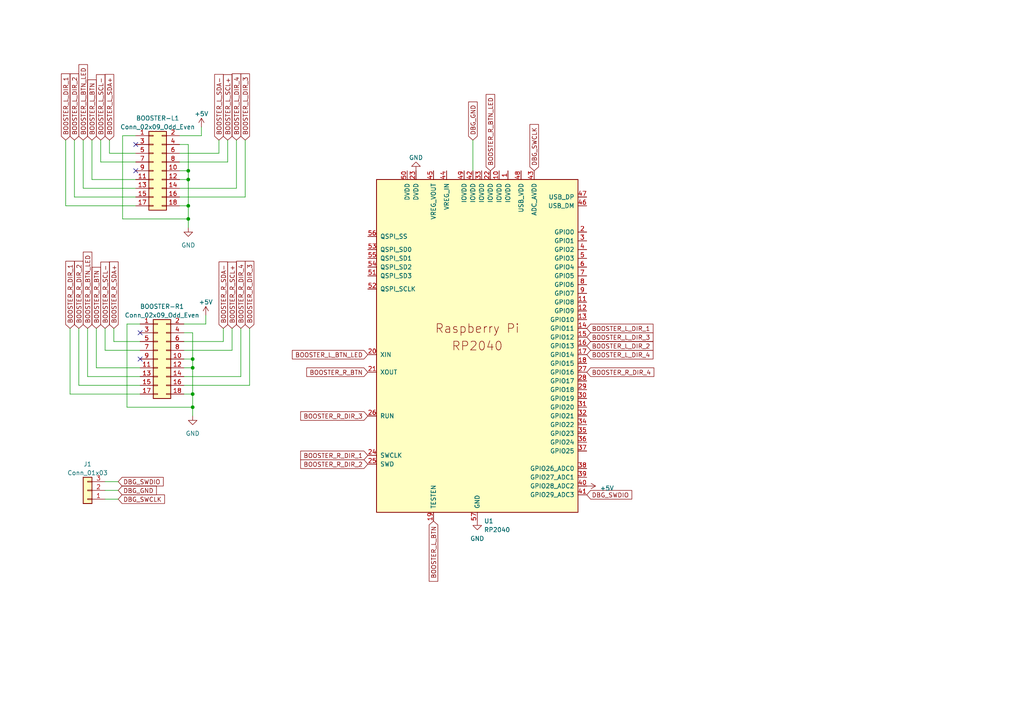
<source format=kicad_sch>
(kicad_sch (version 20230121) (generator eeschema)
  (paper "A4")
  (title_block (title "Booster Brain") (date "2023-02-19") (rev "1"))
  (lib_symbols
    (symbol "Connector_Generic:Conn_01x03" (pin_names (offset 1.016) hide)
      (property "Reference" "J" (at 0 5.08 0))
      (property "Value" "Conn_01x03" (at 0 -5.08 0))
      (symbol "Conn_01x03_1_1"
        (rectangle (start -1.27 -2.413) (end 0 -2.667) (stroke (width 0.1524)))
        (rectangle (start -1.27 0.127) (end 0 -0.127) (stroke (width 0.1524)))
        (rectangle (start -1.27 2.667) (end 0 2.413) (stroke (width 0.1524)))
        (rectangle (start -1.27 3.81) (end 1.27 -3.81) (stroke (width 0.254)) (fill (type background)))
        (pin passive line (at -5.08 2.54 0) (length 3.81) (name "Pin_1") (number "1"))
        (pin passive line (at -5.08 0 0) (length 3.81) (name "Pin_2") (number "2"))
        (pin passive line (at -5.08 -2.54 0) (length 3.81) (name "Pin_3") (number "3"))
      )
    )
    (symbol "Connector_Generic:Conn_02x09_Odd_Even" (pin_names (offset 1.016) hide)
      (property "Reference" "J" (at 1.27 12.7 0))
      (property "Value" "Conn_02x09_Odd_Even" (at 1.27 -12.7 0))
      (symbol "Conn_02x09_Odd_Even_1_1"
        (rectangle (start -1.27 -10.033) (end 0 -10.287) (stroke (width 0.1524)))
        (rectangle (start -1.27 -7.493) (end 0 -7.747) (stroke (width 0.1524)))
        (rectangle (start -1.27 -4.953) (end 0 -5.207) (stroke (width 0.1524)))
        (rectangle (start -1.27 -2.413) (end 0 -2.667) (stroke (width 0.1524)))
        (rectangle (start -1.27 0.127) (end 0 -0.127) (stroke (width 0.1524)))
        (rectangle (start -1.27 2.667) (end 0 2.413) (stroke (width 0.1524)))
        (rectangle (start -1.27 5.207) (end 0 4.953) (stroke (width 0.1524)))
        (rectangle (start -1.27 7.747) (end 0 7.493) (stroke (width 0.1524)))
        (rectangle (start -1.27 10.287) (end 0 10.033) (stroke (width 0.1524)))
        (rectangle (start -1.27 11.43) (end 3.81 -11.43) (stroke (width 0.254)) (fill (type background)))
        (rectangle (start 3.81 -10.033) (end 2.54 -10.287) (stroke (width 0.1524)))
        (rectangle (start 3.81 -7.493) (end 2.54 -7.747) (stroke (width 0.1524)))
        (rectangle (start 3.81 -4.953) (end 2.54 -5.207) (stroke (width 0.1524)))
        (rectangle (start 3.81 -2.413) (end 2.54 -2.667) (stroke (width 0.1524)))
        (rectangle (start 3.81 0.127) (end 2.54 -0.127) (stroke (width 0.1524)))
        (rectangle (start 3.81 2.667) (end 2.54 2.413) (stroke (width 0.1524)))
        (rectangle (start 3.81 5.207) (end 2.54 4.953) (stroke (width 0.1524)))
        (rectangle (start 3.81 7.747) (end 2.54 7.493) (stroke (width 0.1524)))
        (rectangle (start 3.81 10.287) (end 2.54 10.033) (stroke (width 0.1524)))
        (pin passive line (at -5.08 10.16 0) (length 3.81) (name "Pin_1") (number "1"))
        (pin passive line (at 7.62 0 180) (length 3.81) (name "Pin_10") (number "10"))
        (pin passive line (at -5.08 -2.54 0) (length 3.81) (name "Pin_11") (number "11"))
        (pin passive line (at 7.62 -2.54 180) (length 3.81) (name "Pin_12") (number "12"))
        (pin passive line (at -5.08 -5.08 0) (length 3.81) (name "Pin_13") (number "13"))
        (pin passive line (at 7.62 -5.08 180) (length 3.81) (name "Pin_14") (number "14"))
        (pin passive line (at -5.08 -7.62 0) (length 3.81) (name "Pin_15") (number "15"))
        (pin passive line (at 7.62 -7.62 180) (length 3.81) (name "Pin_16") (number "16"))
        (pin passive line (at -5.08 -10.16 0) (length 3.81) (name "Pin_17") (number "17"))
        (pin passive line (at 7.62 -10.16 180) (length 3.81) (name "Pin_18") (number "18"))
        (pin passive line (at 7.62 10.16 180) (length 3.81) (name "Pin_2") (number "2"))
        (pin passive line (at -5.08 7.62 0) (length 3.81) (name "Pin_3") (number "3"))
        (pin passive line (at 7.62 7.62 180) (length 3.81) (name "Pin_4") (number "4"))
        (pin passive line (at -5.08 5.08 0) (length 3.81) (name "Pin_5") (number "5"))
        (pin passive line (at 7.62 5.08 180) (length 3.81) (name "Pin_6") (number "6"))
        (pin passive line (at -5.08 2.54 0) (length 3.81) (name "Pin_7") (number "7"))
        (pin passive line (at 7.62 2.54 180) (length 3.81) (name "Pin_8") (number "8"))
        (pin passive line (at -5.08 0 0) (length 3.81) (name "Pin_9") (number "9"))
      )
    )
    (symbol "MCU_RaspberryPi_and_Boards:RP2040" (pin_names (offset 1.016))
      (property "Reference" "U" (at -29.21 49.53 0))
      (property "Value" "RP2040" (at 24.13 -49.53 0))
      (symbol "RP2040_0_0"
        (text "Raspberry Pi" (at 0 5.08 0) (effects (font (size 2.54 2.54))))
        (text "RP2040" (at 0 0 0) (effects (font (size 2.54 2.54))))
      )
      (symbol "RP2040_0_1"
        (rectangle (start 29.21 48.26) (end -29.21 -48.26) (stroke (width 0.254)) (fill (type background)))
      )
      (symbol "RP2040_1_1"
        (pin power_in line (at 8.89 50.8 270) (length 2.54) (name "IOVDD") (number "1"))
        (pin power_in line (at 6.35 50.8 270) (length 2.54) (name "IOVDD") (number "10"))
        (pin bidirectional line (at 31.75 12.7 180) (length 2.54) (name "GPIO8") (number "11"))
        (pin bidirectional line (at 31.75 10.16 180) (length 2.54) (name "GPIO9") (number "12"))
        (pin bidirectional line (at 31.75 7.62 180) (length 2.54) (name "GPIO10") (number "13"))
        (pin bidirectional line (at 31.75 5.08 180) (length 2.54) (name "GPIO11") (number "14"))
        (pin bidirectional line (at 31.75 2.54 180) (length 2.54) (name "GPIO12") (number "15"))
        (pin bidirectional line (at 31.75 0 180) (length 2.54) (name "GPIO13") (number "16"))
        (pin bidirectional line (at 31.75 -2.54 180) (length 2.54) (name "GPIO14") (number "17"))
        (pin bidirectional line (at 31.75 -5.08 180) (length 2.54) (name "GPIO15") (number "18"))
        (pin passive line (at -12.7 -50.8 90) (length 2.54) (name "TESTEN") (number "19"))
        (pin bidirectional line (at 31.75 33.02 180) (length 2.54) (name "GPIO0") (number "2"))
        (pin input line (at -31.75 -2.54 0) (length 2.54) (name "XIN") (number "20"))
        (pin passive line (at -31.75 -7.62 0) (length 2.54) (name "XOUT") (number "21"))
        (pin power_in line (at 3.81 50.8 270) (length 2.54) (name "IOVDD") (number "22"))
        (pin power_in line (at -17.78 50.8 270) (length 2.54) (name "DVDD") (number "23"))
        (pin output line (at -31.75 -31.75 0) (length 2.54) (name "SWCLK") (number "24"))
        (pin bidirectional line (at -31.75 -34.29 0) (length 2.54) (name "SWD") (number "25"))
        (pin input line (at -31.75 -20.32 0) (length 2.54) (name "RUN") (number "26"))
        (pin bidirectional line (at 31.75 -7.62 180) (length 2.54) (name "GPIO16") (number "27"))
        (pin bidirectional line (at 31.75 -10.16 180) (length 2.54) (name "GPIO17") (number "28"))
        (pin bidirectional line (at 31.75 -12.7 180) (length 2.54) (name "GPIO18") (number "29"))
        (pin bidirectional line (at 31.75 30.48 180) (length 2.54) (name "GPIO1") (number "3"))
        (pin bidirectional line (at 31.75 -15.24 180) (length 2.54) (name "GPIO19") (number "30"))
        (pin bidirectional line (at 31.75 -17.78 180) (length 2.54) (name "GPIO20") (number "31"))
        (pin bidirectional line (at 31.75 -20.32 180) (length 2.54) (name "GPIO21") (number "32"))
        (pin power_in line (at 1.27 50.8 270) (length 2.54) (name "IOVDD") (number "33"))
        (pin bidirectional line (at 31.75 -22.86 180) (length 2.54) (name "GPIO22") (number "34"))
        (pin bidirectional line (at 31.75 -25.4 180) (length 2.54) (name "GPIO23") (number "35"))
        (pin bidirectional line (at 31.75 -27.94 180) (length 2.54) (name "GPIO24") (number "36"))
        (pin bidirectional line (at 31.75 -30.48 180) (length 2.54) (name "GPIO25") (number "37"))
        (pin bidirectional line (at 31.75 -35.56 180) (length 2.54) (name "GPIO26_ADC0") (number "38"))
        (pin bidirectional line (at 31.75 -38.1 180) (length 2.54) (name "GPIO27_ADC1") (number "39"))
        (pin bidirectional line (at 31.75 27.94 180) (length 2.54) (name "GPIO2") (number "4"))
        (pin bidirectional line (at 31.75 -40.64 180) (length 2.54) (name "GPIO28_ADC2") (number "40"))
        (pin bidirectional line (at 31.75 -43.18 180) (length 2.54) (name "GPIO29_ADC3") (number "41"))
        (pin power_in line (at -1.27 50.8 270) (length 2.54) (name "IOVDD") (number "42"))
        (pin power_in line (at 16.51 50.8 270) (length 2.54) (name "ADC_AVDD") (number "43"))
        (pin power_in line (at -8.89 50.8 270) (length 2.54) (name "VREG_IN") (number "44"))
        (pin power_out line (at -12.7 50.8 270) (length 2.54) (name "VREG_VOUT") (number "45"))
        (pin bidirectional line (at 31.75 40.64 180) (length 2.54) (name "USB_DM") (number "46"))
        (pin bidirectional line (at 31.75 43.18 180) (length 2.54) (name "USB_DP") (number "47"))
        (pin power_in line (at 12.7 50.8 270) (length 2.54) (name "USB_VDD") (number "48"))
        (pin power_in line (at -3.81 50.8 270) (length 2.54) (name "IOVDD") (number "49"))
        (pin bidirectional line (at 31.75 25.4 180) (length 2.54) (name "GPIO3") (number "5"))
        (pin power_in line (at -20.32 50.8 270) (length 2.54) (name "DVDD") (number "50"))
        (pin bidirectional line (at -31.75 20.32 0) (length 2.54) (name "QSPI_SD3") (number "51"))
        (pin output line (at -31.75 16.51 0) (length 2.54) (name "QSPI_SCLK") (number "52"))
        (pin bidirectional line (at -31.75 27.94 0) (length 2.54) (name "QSPI_SD0") (number "53"))
        (pin bidirectional line (at -31.75 22.86 0) (length 2.54) (name "QSPI_SD2") (number "54"))
        (pin bidirectional line (at -31.75 25.4 0) (length 2.54) (name "QSPI_SD1") (number "55"))
        (pin bidirectional line (at -31.75 31.75 0) (length 2.54) (name "QSPI_SS") (number "56"))
        (pin power_in line (at 0 -50.8 90) (length 2.54) (name "GND") (number "57"))
        (pin bidirectional line (at 31.75 22.86 180) (length 2.54) (name "GPIO4") (number "6"))
        (pin bidirectional line (at 31.75 20.32 180) (length 2.54) (name "GPIO5") (number "7"))
        (pin bidirectional line (at 31.75 17.78 180) (length 2.54) (name "GPIO6") (number "8"))
        (pin bidirectional line (at 31.75 15.24 180) (length 2.54) (name "GPIO7") (number "9"))
      )
    )
    (symbol "power:+5V" (power) (pin_names (offset 0))
      (property "Value" "+5V" (at 0 3.556 0))
      (symbol "+5V_0_1"
        (polyline (pts (xy -0.762 1.27) (xy 0 2.54)))
        (polyline (pts (xy 0 0) (xy 0 2.54)))
        (polyline (pts (xy 0 2.54) (xy 0.762 1.27)))
      )
      (symbol "+5V_1_1"
        (pin power_in line (at 0 0 90) (length 0) hide (name "+5V") (number "1"))
      )
    )
    (symbol "power:GND" (power) (pin_names (offset 0))
      (property "Value" "GND" (at 0 -3.81 0))
      (symbol "GND_0_1"
        (polyline (pts (xy 0 0) (xy 0 -1.27) (xy 1.27 -1.27) (xy 0 -2.54) (xy -1.27 -1.27) (xy 0 -1.27)))
      )
      (symbol "GND_1_1"
        (pin power_in line (at 0 0 270) (length 0) hide (name "GND") (number "1"))
      )
    )
  )
  (junction (at 55.88 104.14))
  (junction (at 55.88 118.11))
  (junction (at 54.61 59.69))
  (junction (at 54.61 49.53))
  (junction (at 54.61 63.5))
  (junction (at 55.88 114.3))
  (junction (at 55.88 106.68))
  (junction (at 54.61 52.07))
  (no_connect (at 39.37 41.91))
  (no_connect (at 39.37 49.53))
  (no_connect (at 40.64 104.14))
  (no_connect (at 40.64 96.52))
  (wire (pts (xy 27.94 106.68) (xy 40.64 106.68)))
  (wire (pts (xy 19.05 59.69) (xy 39.37 59.69)))
  (wire (pts (xy 68.58 40.64) (xy 68.58 54.61)))
  (wire (pts (xy 35.56 39.37) (xy 35.56 63.5)))
  (wire (pts (xy 53.34 104.14) (xy 55.88 104.14)))
  (wire (pts (xy 63.5 40.64) (xy 63.5 44.45)))
  (wire (pts (xy 64.77 99.06) (xy 53.34 99.06)))
  (wire (pts (xy 24.13 54.61) (xy 39.37 54.61)))
  (wire (pts (xy 64.77 95.25) (xy 64.77 99.06)))
  (wire (pts (xy 54.61 66.04) (xy 54.61 63.5)))
  (wire (pts (xy 19.05 40.64) (xy 19.05 59.69)))
  (wire (pts (xy 54.61 63.5) (xy 54.61 59.69)))
  (wire (pts (xy 53.34 106.68) (xy 55.88 106.68)))
  (wire (pts (xy 20.32 114.3) (xy 40.64 114.3)))
  (wire (pts (xy 55.88 120.65) (xy 55.88 118.11)))
  (wire (pts (xy 72.39 111.76) (xy 53.34 111.76)))
  (wire (pts (xy 71.12 40.64) (xy 71.12 57.15)))
  (wire (pts (xy 30.48 142.24) (xy 34.29 142.24)))
  (wire (pts (xy 55.88 96.52) (xy 53.34 96.52)))
  (wire (pts (xy 55.88 106.68) (xy 55.88 104.14)))
  (wire (pts (xy 55.88 114.3) (xy 53.34 114.3)))
  (wire (pts (xy 29.21 40.64) (xy 29.21 46.99)))
  (wire (pts (xy 52.07 49.53) (xy 54.61 49.53)))
  (wire (pts (xy 21.59 40.64) (xy 21.59 57.15)))
  (wire (pts (xy 36.83 118.11) (xy 55.88 118.11)))
  (wire (pts (xy 30.48 95.25) (xy 30.48 101.6)))
  (wire (pts (xy 26.67 40.64) (xy 26.67 52.07)))
  (wire (pts (xy 33.02 99.06) (xy 40.64 99.06)))
  (wire (pts (xy 31.75 40.64) (xy 31.75 44.45)))
  (wire (pts (xy 63.5 44.45) (xy 52.07 44.45)))
  (wire (pts (xy 55.88 114.3) (xy 55.88 106.68)))
  (wire (pts (xy 25.4 95.25) (xy 25.4 109.22)))
  (wire (pts (xy 68.58 54.61) (xy 52.07 54.61)))
  (wire (pts (xy 22.86 111.76) (xy 40.64 111.76)))
  (wire (pts (xy 66.04 46.99) (xy 52.07 46.99)))
  (wire (pts (xy 35.56 63.5) (xy 54.61 63.5)))
  (wire (pts (xy 55.88 118.11) (xy 55.88 114.3)))
  (wire (pts (xy 66.04 40.64) (xy 66.04 46.99)))
  (wire (pts (xy 30.48 101.6) (xy 40.64 101.6)))
  (wire (pts (xy 52.07 52.07) (xy 54.61 52.07)))
  (wire (pts (xy 40.64 93.98) (xy 36.83 93.98)))
  (wire (pts (xy 67.31 95.25) (xy 67.31 101.6)))
  (wire (pts (xy 21.59 57.15) (xy 39.37 57.15)))
  (wire (pts (xy 71.12 57.15) (xy 52.07 57.15)))
  (wire (pts (xy 72.39 95.25) (xy 72.39 111.76)))
  (wire (pts (xy 67.31 101.6) (xy 53.34 101.6)))
  (wire (pts (xy 137.16 40.64) (xy 137.16 49.53)))
  (wire (pts (xy 30.48 144.78) (xy 34.29 144.78)))
  (wire (pts (xy 55.88 96.52) (xy 55.88 104.14)))
  (wire (pts (xy 69.85 109.22) (xy 53.34 109.22)))
  (wire (pts (xy 25.4 109.22) (xy 40.64 109.22)))
  (wire (pts (xy 27.94 95.25) (xy 27.94 106.68)))
  (wire (pts (xy 58.42 39.37) (xy 52.07 39.37)))
  (wire (pts (xy 54.61 59.69) (xy 54.61 52.07)))
  (wire (pts (xy 59.69 91.44) (xy 59.69 93.98)))
  (wire (pts (xy 39.37 39.37) (xy 35.56 39.37)))
  (wire (pts (xy 36.83 93.98) (xy 36.83 118.11)))
  (wire (pts (xy 24.13 40.64) (xy 24.13 54.61)))
  (wire (pts (xy 33.02 95.25) (xy 33.02 99.06)))
  (wire (pts (xy 59.69 93.98) (xy 53.34 93.98)))
  (wire (pts (xy 54.61 41.91) (xy 52.07 41.91)))
  (wire (pts (xy 69.85 95.25) (xy 69.85 109.22)))
  (wire (pts (xy 54.61 59.69) (xy 52.07 59.69)))
  (wire (pts (xy 58.42 36.83) (xy 58.42 39.37)))
  (wire (pts (xy 29.21 46.99) (xy 39.37 46.99)))
  (wire (pts (xy 26.67 52.07) (xy 39.37 52.07)))
  (wire (pts (xy 20.32 95.25) (xy 20.32 114.3)))
  (wire (pts (xy 22.86 95.25) (xy 22.86 111.76)))
  (wire (pts (xy 54.61 52.07) (xy 54.61 49.53)))
  (wire (pts (xy 31.75 44.45) (xy 39.37 44.45)))
  (wire (pts (xy 30.48 139.7) (xy 34.29 139.7)))
  (wire (pts (xy 54.61 41.91) (xy 54.61 49.53)))
  (global_label "BOOSTER_L_SCL-" (shape input) (at 29.21 40.64 90) (property "Intersheetrefs" "${INTERSHEET_REFS}" (effects hide)))
  (global_label "BOOSTER_R_SCL+" (shape input) (at 67.31 95.25 90) (property "Intersheetrefs" "${INTERSHEET_REFS}" (effects hide)))
  (global_label "BOOSTER_R_BTN" (shape input) (at 106.68 107.95 180) (property "Intersheetrefs" "${INTERSHEET_REFS}" (effects hide)))
  (global_label "BOOSTER_R_DIR_4" (shape input) (at 69.85 95.25 90) (property "Intersheetrefs" "${INTERSHEET_REFS}" (effects hide)))
  (global_label "BOOSTER_L_DIR_3" (shape input) (at 170.18 97.79 0) (property "Intersheetrefs" "${INTERSHEET_REFS}" (effects hide)))
  (global_label "BOOSTER_L_SCL+" (shape input) (at 66.04 40.64 90) (property "Intersheetrefs" "${INTERSHEET_REFS}" (effects hide)))
  (global_label "BOOSTER_R_DIR_1" (shape input) (at 106.68 132.08 180) (property "Intersheetrefs" "${INTERSHEET_REFS}" (effects hide)))
  (global_label "BOOSTER_R_DIR_3" (shape input) (at 106.68 120.65 180) (property "Intersheetrefs" "${INTERSHEET_REFS}" (effects hide)))
  (global_label "BOOSTER_L_BTN" (shape input) (at 125.73 151.13 270) (property "Intersheetrefs" "${INTERSHEET_REFS}" (effects hide)))
  (global_label "DBG_SWDIO" (shape input) (at 34.29 139.7 0) (property "Intersheetrefs" "${INTERSHEET_REFS}" (effects hide)))
  (global_label "BOOSTER_R_SCL-" (shape input) (at 30.48 95.25 90) (property "Intersheetrefs" "${INTERSHEET_REFS}" (effects hide)))
  (global_label "BOOSTER_R_DIR_2" (shape input) (at 106.68 134.62 180) (property "Intersheetrefs" "${INTERSHEET_REFS}" (effects hide)))
  (global_label "BOOSTER_L_BTN_LED" (shape input) (at 106.68 102.87 180) (property "Intersheetrefs" "${INTERSHEET_REFS}" (effects hide)))
  (global_label "BOOSTER_L_BTN" (shape input) (at 26.67 40.64 90) (property "Intersheetrefs" "${INTERSHEET_REFS}" (effects hide)))
  (global_label "BOOSTER_R_BTN_LED" (shape input) (at 142.24 49.53 90) (property "Intersheetrefs" "${INTERSHEET_REFS}" (effects hide)))
  (global_label "BOOSTER_L_SDA+" (shape input) (at 31.75 40.64 90) (property "Intersheetrefs" "${INTERSHEET_REFS}" (effects hide)))
  (global_label "DBG_SWCLK" (shape input) (at 34.29 144.78 0) (property "Intersheetrefs" "${INTERSHEET_REFS}" (effects hide)))
  (global_label "BOOSTER_R_BTN_LED" (shape input) (at 25.4 95.25 90) (property "Intersheetrefs" "${INTERSHEET_REFS}" (effects hide)))
  (global_label "BOOSTER_R_DIR_3" (shape input) (at 72.39 95.25 90) (property "Intersheetrefs" "${INTERSHEET_REFS}" (effects hide)))
  (global_label "BOOSTER_L_DIR_4" (shape input) (at 170.18 102.87 0) (property "Intersheetrefs" "${INTERSHEET_REFS}" (effects hide)))
  (global_label "BOOSTER_L_DIR_1" (shape input) (at 170.18 95.25 0) (property "Intersheetrefs" "${INTERSHEET_REFS}" (effects hide)))
  (global_label "BOOSTER_L_DIR_4" (shape input) (at 68.58 40.64 90) (property "Intersheetrefs" "${INTERSHEET_REFS}" (effects hide)))
  (global_label "BOOSTER_R_DIR_1" (shape input) (at 20.32 95.25 90) (property "Intersheetrefs" "${INTERSHEET_REFS}" (effects hide)))
  (global_label "BOOSTER_R_SDA-" (shape input) (at 64.77 95.25 90) (property "Intersheetrefs" "${INTERSHEET_REFS}" (effects hide)))
  (global_label "DBG_GND" (shape input) (at 34.29 142.24 0) (property "Intersheetrefs" "${INTERSHEET_REFS}" (effects hide)))
  (global_label "BOOSTER_L_BTN_LED" (shape input) (at 24.13 40.64 90) (property "Intersheetrefs" "${INTERSHEET_REFS}" (effects hide)))
  (global_label "DBG_SWCLK" (shape input) (at 154.94 49.53 90) (property "Intersheetrefs" "${INTERSHEET_REFS}" (effects hide)))
  (global_label "DBG_GND" (shape input) (at 137.16 40.64 90) (property "Intersheetrefs" "${INTERSHEET_REFS}" (effects hide)))
  (global_label "BOOSTER_R_DIR_2" (shape input) (at 22.86 95.25 90) (property "Intersheetrefs" "${INTERSHEET_REFS}" (effects hide)))
  (global_label "BOOSTER_R_BTN" (shape input) (at 27.94 95.25 90) (property "Intersheetrefs" "${INTERSHEET_REFS}" (effects hide)))
  (global_label "BOOSTER_L_SDA-" (shape input) (at 63.5 40.64 90) (property "Intersheetrefs" "${INTERSHEET_REFS}" (effects hide)))
  (global_label "BOOSTER_L_DIR_1" (shape input) (at 19.05 40.64 90) (property "Intersheetrefs" "${INTERSHEET_REFS}" (effects hide)))
  (global_label "BOOSTER_L_DIR_2" (shape input) (at 170.18 100.33 0) (property "Intersheetrefs" "${INTERSHEET_REFS}" (effects hide)))
  (global_label "BOOSTER_L_DIR_2" (shape input) (at 21.59 40.64 90) (property "Intersheetrefs" "${INTERSHEET_REFS}" (effects hide)))
  (global_label "BOOSTER_R_SDA+" (shape input) (at 33.02 95.25 90) (property "Intersheetrefs" "${INTERSHEET_REFS}" (effects hide)))
  (global_label "BOOSTER_L_DIR_3" (shape input) (at 71.12 40.64 90) (property "Intersheetrefs" "${INTERSHEET_REFS}" (effects hide)))
  (global_label "BOOSTER_R_DIR_4" (shape input) (at 170.18 107.95 0) (property "Intersheetrefs" "${INTERSHEET_REFS}" (effects hide)))
  (global_label "DBG_SWDIO" (shape input) (at 170.18 143.51 0) (property "Intersheetrefs" "${INTERSHEET_REFS}" (effects hide)))
  (symbol (lib_id "power:+5V") (at 59.69 91.44 0) (unit 1)
    (property "Reference" "#PWR07" (effects hide))
    (property "Value" "+5V" (at 59.69 87.63 0))
  )
  (symbol (lib_id "power:GND") (at 54.61 66.04 0) (unit 1)
    (property "Reference" "#PWR08" (effects hide))
    (property "Value" "GND" (at 54.61 71.12 0))
  )
  (symbol (lib_id "power:GND") (at 138.43 151.13 0) (unit 1)
    (property "Reference" "#PWR04" (effects hide))
    (property "Value" "GND" (at 138.43 156.21 0))
  )
  (symbol (lib_id "Connector_Generic:Conn_01x03") (at 25.4 142.24 180) (unit 1)
    (property "Reference" "J1" (at 25.4 134.62 0))
    (property "Value" "Conn_01x03" (at 25.4 137.16 0))
    (property "Footprint" "Connector_JST:JST_PH_B3B-PH-K_1x03_P2.00mm_Vertical" (effects hide))
  )
  (symbol (lib_id "power:GND") (at 55.88 120.65 0) (unit 1)
    (property "Reference" "#PWR02" (effects hide))
    (property "Value" "GND" (at 55.88 125.73 0))
  )
  (symbol (lib_id "power:+5V") (at 170.18 140.97 270) (unit 1)
    (property "Reference" "#PWR06" (effects hide))
    (property "Value" "+5V" (at 173.99 141.605 90) (effects (justify left)))
  )
  (symbol (lib_id "power:GND") (at 120.65 49.53 180) (unit 1)
    (property "Reference" "#PWR03" (effects hide))
    (property "Value" "GND" (at 120.65 45.72 0))
  )
  (symbol (lib_id "Connector_Generic:Conn_02x09_Odd_Even") (at 44.45 49.53 0) (unit 1)
    (property "Reference" "BOOSTER-L1" (at 45.72 34.29 0))
    (property "Value" "Conn_02x09_Odd_Even" (at 45.72 36.83 0))
    (property "Footprint" "Connector_JST:JST_PUD_B18B-PUDSS_2x09_P2.00mm_Vertical" (effects hide))
  )
  (symbol (lib_id "Connector_Generic:Conn_02x09_Odd_Even") (at 45.72 104.14 0) (unit 1)
    (property "Reference" "BOOSTER-R1" (at 46.99 88.9 0))
    (property "Value" "Conn_02x09_Odd_Even" (at 46.99 91.44 0))
    (property "Footprint" "Connector_JST:JST_PUD_B18B-PUDSS_2x09_P2.00mm_Vertical" (effects hide))
  )
  (symbol (lib_id "power:+5V") (at 58.42 36.83 0) (unit 1)
    (property "Reference" "#PWR01" (effects hide))
    (property "Value" "+5V" (at 58.42 33.02 0))
  )
  (symbol (lib_id "MCU_RaspberryPi_and_Boards:RP2040") (at 138.43 100.33 0) (unit 1)
    (property "Reference" "U1" (at 140.3859 151.13 0) (effects (justify left)))
    (property "Value" "RP2040" (at 140.3859 153.67 0) (effects (justify left)))
    (property "Footprint" "MCU_RaspberryPi_and_Boards:RPi_Pico_SMD_TH" (effects hide))
  )
)
</source>
